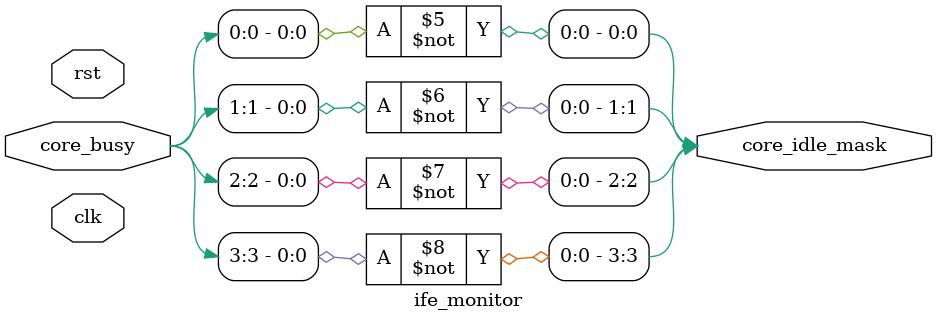
<source format=sv>
`ifndef IFE_MONITOR_SV
`define IFE_MONITOR_SV

module ife_monitor #(
  parameter int NUM_CORES = 4
)(
  input  logic clk,
  input  logic rst,

  input  logic [NUM_CORES-1:0] core_busy,
  output logic [NUM_CORES-1:0] core_idle_mask
);

  always_comb begin
    for (int i = 0; i < NUM_CORES; i++) begin
      core_idle_mask[i] = ~core_busy[i]; // núcleo disponível se não estiver ocupado
    end
  end

endmodule

`endif

</source>
